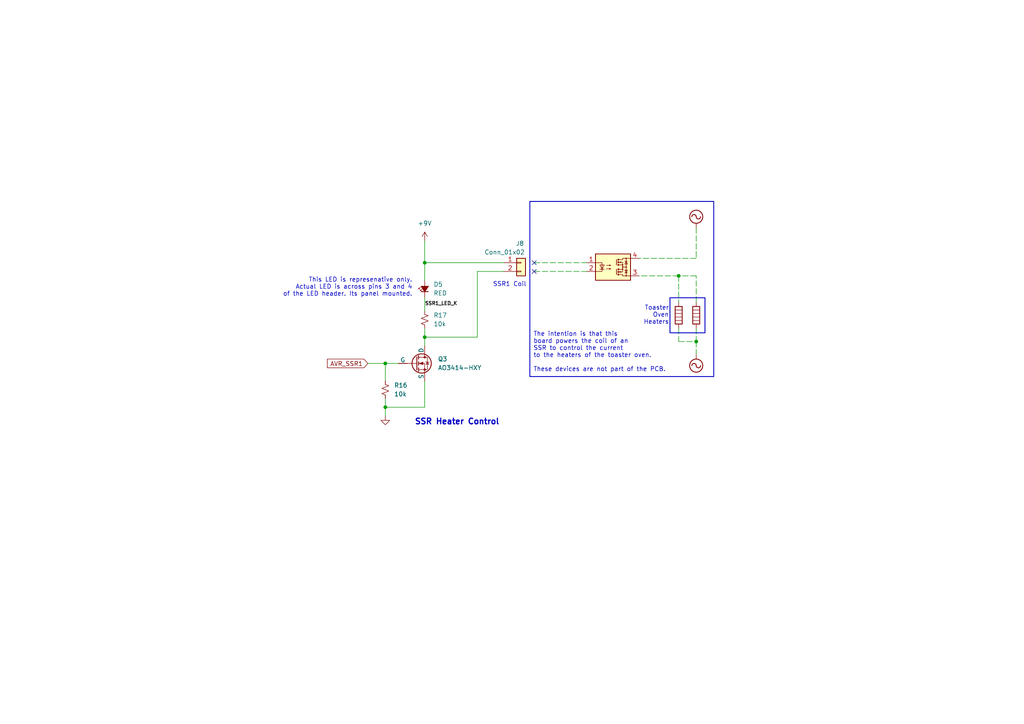
<source format=kicad_sch>
(kicad_sch (version 20250114) (generator "eeschema") (generator_version "9.0")
  (paper "A4")
  (lib_symbols
    (symbol "Connector_Generic:Conn_01x02" (pin_names (offset 1.016) (hide yes))
      (property "Reference" "J" (at 0 2.54 0))
      (property "Value" "Conn_01x02" (at 0 -5.08 0))
      (symbol "Conn_01x02_1_1"
        (rectangle (start -1.27 1.27) (end 1.27 -3.81) (stroke (width 0.254)) (fill (type background)))
        (rectangle (start -1.27 0.127) (end 0 -0.127) (stroke (width 0.1524)))
        (rectangle (start -1.27 -2.413) (end 0 -2.667) (stroke (width 0.1524)))
        (pin passive line (at -5.08 0 0) (length 3.81) (name "Pin_1") (number "1"))
        (pin passive line (at -5.08 -2.54 0) (length 3.81) (name "Pin_2") (number "2"))
      )
    )
    (symbol "Device:Heater" (pin_numbers (hide yes)) (pin_names (offset 0))
      (property "Reference" "R" (at 2.032 0 90))
      (property "Value" "Heater" (at -2.032 0 90))
      (symbol "Heater_0_1"
        (polyline (pts (xy -1.016 1.524) (xy 1.016 1.524)))
        (rectangle (start -1.016 -2.54) (end 1.016 2.54) (stroke (width 0.254)))
        (polyline (pts (xy 1.016 0.508) (xy -1.016 0.508)))
        (polyline (pts (xy 1.016 -0.508) (xy -1.016 -0.508)))
        (polyline (pts (xy 1.016 -1.524) (xy -1.016 -1.524)))
      )
      (symbol "Heater_1_1"
        (pin passive line (at 0 3.81 270) (length 1.27) (name "~") (number "1"))
        (pin passive line (at 0 -3.81 90) (length 1.27) (name "~") (number "2"))
      )
    )
    (symbol "Device:LED_Small_Filled" (pin_numbers (hide yes)) (pin_names (offset 0.254) (hide yes))
      (property "Reference" "D" (at -1.27 3.175 0))
      (property "Value" "LED_Small_Filled" (at -4.445 -2.54 0))
      (symbol "LED_Small_Filled_0_1"
        (polyline (pts (xy -0.762 -1.016) (xy -0.762 1.016)) (stroke (width 0.254)))
        (polyline (pts (xy 0 0.762) (xy -0.508 1.27) (xy -0.254 1.27) (xy -0.508 1.27) (xy -0.508 1.016)))
        (polyline (pts (xy 0.508 1.27) (xy 0 1.778) (xy 0.254 1.778) (xy 0 1.778) (xy 0 1.524)))
        (polyline (pts (xy 0.762 -1.016) (xy -0.762 0) (xy 0.762 1.016) (xy 0.762 -1.016)) (stroke (width 0.254)) (fill (type outline)))
        (polyline (pts (xy 1.016 0) (xy -0.762 0)))
      )
      (symbol "LED_Small_Filled_1_1"
        (pin passive line (at -2.54 0 0) (length 1.778) (name "K") (number "1"))
        (pin passive line (at 2.54 0 180) (length 1.778) (name "A") (number "2"))
      )
    )
    (symbol "Device:R_Small_US" (pin_numbers (hide yes)) (pin_names (offset 0.254) (hide yes))
      (property "Reference" "R" (at 0.762 0.508 0))
      (property "Value" "R_Small_US" (at 0.762 -1.016 0))
      (symbol "R_Small_US_1_1"
        (polyline (pts (xy 0 1.524) (xy 1.016 1.143) (xy 0 0.762) (xy -1.016 0.381) (xy 0 0)))
        (polyline (pts (xy 0 0) (xy 1.016 -0.381) (xy 0 -0.762) (xy -1.016 -1.143) (xy 0 -1.524)))
        (pin passive line (at 0 2.54 270) (length 1.016) (name "~") (number "1"))
        (pin passive line (at 0 -2.54 90) (length 1.016) (name "~") (number "2"))
      )
    )
    (symbol "Relay_SolidState:CPC1017N"
      (symbol "CPC1017N_0_1"
        (rectangle (start -5.08 3.81) (end 5.08 -3.81) (stroke (width 0.254)) (fill (type background)))
        (polyline (pts (xy -5.08 1.27) (xy -3.175 1.27) (xy -3.175 -1.27) (xy -5.08 -1.27)))
        (polyline (pts (xy -3.81 -0.635) (xy -2.54 -0.635)))
        (polyline (pts (xy -3.175 -0.635) (xy -3.81 0.635) (xy -2.54 0.635) (xy -3.175 -0.635)))
        (polyline (pts (xy -1.905 0.508) (xy -0.635 0.508) (xy -1.016 0.381) (xy -1.016 0.635) (xy -0.635 0.508)))
        (polyline (pts (xy -1.905 -0.508) (xy -0.635 -0.508) (xy -1.016 -0.635) (xy -1.016 -0.381) (xy -0.635 -0.508)))
        (polyline (pts (xy 1.016 2.159) (xy 1.016 0.635)) (stroke (width 0.2032)))
        (polyline (pts (xy 1.016 -0.635) (xy 1.016 -2.159)) (stroke (width 0.2032)))
        (polyline (pts (xy 1.524 2.286) (xy 1.524 2.032) (xy 1.524 2.032)) (stroke (width 0.3556)))
        (polyline (pts (xy 1.524 1.524) (xy 1.524 1.27) (xy 1.524 1.27)) (stroke (width 0.3556)))
        (polyline (pts (xy 1.524 0.762) (xy 1.524 0.508) (xy 1.524 0.508)) (stroke (width 0.3556)))
        (polyline (pts (xy 1.524 -0.508) (xy 1.524 -0.762)) (stroke (width 0.3556)))
        (polyline (pts (xy 1.524 -1.27) (xy 1.524 -1.524) (xy 1.524 -1.524)) (stroke (width 0.3556)))
        (polyline (pts (xy 1.524 -2.032) (xy 1.524 -2.286) (xy 1.524 -2.286)) (stroke (width 0.3556)))
        (polyline (pts (xy 1.651 2.159) (xy 2.794 2.159) (xy 2.794 2.54) (xy 5.08 2.54)))
        (polyline (pts (xy 1.651 1.397) (xy 2.794 1.397) (xy 2.794 0.635)))
        (polyline (pts (xy 1.651 -0.635) (xy 2.794 -0.635) (xy 2.794 0.635) (xy 1.651 0.635)))
        (polyline (pts (xy 1.651 -1.397) (xy 2.794 -1.397) (xy 2.794 -0.635)))
        (polyline (pts (xy 1.651 -2.159) (xy 2.794 -2.159) (xy 2.794 -2.54) (xy 5.08 -2.54)))
        (polyline (pts (xy 1.778 1.397) (xy 2.286 1.524) (xy 2.286 1.27) (xy 1.778 1.397)))
        (polyline (pts (xy 1.778 -1.397) (xy 2.286 -1.27) (xy 2.286 -1.524) (xy 1.778 -1.397)))
        (circle (center 2.794 0.635) (radius 0.127))
        (polyline (pts (xy 2.794 0) (xy 3.81 0)))
        (circle (center 2.794 0) (radius 0.127))
        (circle (center 2.794 -0.635) (radius 0.127))
        (polyline (pts (xy 3.429 1.651) (xy 4.191 1.651)))
        (polyline (pts (xy 3.429 -1.651) (xy 4.191 -1.651)))
        (circle (center 3.81 2.54) (radius 0.127))
        (polyline (pts (xy 3.81 1.651) (xy 3.429 0.889) (xy 4.191 0.889) (xy 3.81 1.651)))
        (circle (center 3.81 0) (radius 0.127))
        (polyline (pts (xy 3.81 -1.651) (xy 3.429 -0.889) (xy 4.191 -0.889) (xy 3.81 -1.651)))
        (polyline (pts (xy 3.81 -2.54) (xy 3.81 2.54)))
        (circle (center 3.81 -2.54) (radius 0.127))
      )
      (symbol "CPC1017N_1_1"
        (pin passive line (at -7.62 1.27 0) (length 2.54) (name "~") (number "1"))
        (pin passive line (at -7.62 -1.27 0) (length 2.54) (name "~") (number "2"))
        (pin passive line (at 7.62 2.54 180) (length 2.54) (name "~") (number "4"))
        (pin passive line (at 7.62 -2.54 180) (length 2.54) (name "~") (number "3"))
      )
    )
    (symbol "Simulation_SPICE:NMOS" (pin_numbers (hide yes)) (pin_names (offset 0))
      (property "Reference" "Q" (at 5.08 1.27 0))
      (property "Value" "NMOS" (at 5.08 -1.27 0))
      (symbol "NMOS_0_1"
        (polyline (pts (xy 0.254 1.905) (xy 0.254 -1.905)) (stroke (width 0.254)))
        (polyline (pts (xy 0.254 0) (xy -2.54 0)))
        (polyline (pts (xy 0.762 2.286) (xy 0.762 1.27)) (stroke (width 0.254)))
        (polyline (pts (xy 0.762 0.508) (xy 0.762 -0.508)) (stroke (width 0.254)))
        (polyline (pts (xy 0.762 -1.27) (xy 0.762 -2.286)) (stroke (width 0.254)))
        (polyline (pts (xy 0.762 -1.778) (xy 3.302 -1.778) (xy 3.302 1.778) (xy 0.762 1.778)))
        (polyline (pts (xy 1.016 0) (xy 2.032 0.381) (xy 2.032 -0.381) (xy 1.016 0)) (fill (type outline)))
        (circle (center 1.651 0) (radius 2.794) (stroke (width 0.254)))
        (polyline (pts (xy 2.54 2.54) (xy 2.54 1.778)))
        (circle (center 2.54 1.778) (radius 0.254) (fill (type outline)))
        (circle (center 2.54 -1.778) (radius 0.254) (fill (type outline)))
        (polyline (pts (xy 2.54 -2.54) (xy 2.54 0) (xy 0.762 0)))
        (polyline (pts (xy 2.794 0.508) (xy 2.921 0.381) (xy 3.683 0.381) (xy 3.81 0.254)))
        (polyline (pts (xy 3.302 0.381) (xy 2.921 -0.254) (xy 3.683 -0.254) (xy 3.302 0.381)))
      )
      (symbol "NMOS_1_1"
        (pin input line (at -5.08 0 0) (length 2.54) (name "G") (number "2"))
        (pin passive line (at 2.54 5.08 270) (length 2.54) (name "D") (number "1"))
        (pin passive line (at 2.54 -5.08 90) (length 2.54) (name "S") (number "3"))
      )
    )
    (symbol "power:+9V" (power) (pin_numbers (hide yes)) (pin_names (offset 0) (hide yes))
      (property "Value" "+9V" (at 0 3.556 0))
      (symbol "+9V_0_1"
        (polyline (pts (xy -0.762 1.27) (xy 0 2.54)))
        (polyline (pts (xy 0 2.54) (xy 0.762 1.27)))
        (polyline (pts (xy 0 0) (xy 0 2.54)))
      )
      (symbol "+9V_1_1"
        (pin power_in line (at 0 0 90) (length 0) (name "~") (number "1"))
      )
    )
    (symbol "power:AC" (power) (pin_numbers (hide yes)) (pin_names (offset 0) (hide yes))
      (property "Value" "AC" (at 0 6.35 0))
      (symbol "AC_0_1"
        (arc (start -1.27 3.175) (mid -0.635 3.8073) (end 0 3.175) (stroke (width 0.254)))
        (circle (center 0 3.175) (radius 1.905) (stroke (width 0.254)))
        (polyline (pts (xy 0 0) (xy 0 1.27)))
        (arc (start 1.27 3.175) (mid 0.635 2.5427) (end 0 3.175) (stroke (width 0.254)))
      )
      (symbol "AC_1_1"
        (pin power_in line (at 0 0 90) (length 0) (name "~") (number "1"))
      )
    )
    (symbol "power:GND" (power) (pin_numbers (hide yes)) (pin_names (offset 0) (hide yes))
      (property "Value" "GND" (at 0 -3.81 0))
      (symbol "GND_0_1"
        (polyline (pts (xy 0 0) (xy 0 -1.27) (xy 1.27 -1.27) (xy 0 -2.54) (xy -1.27 -1.27) (xy 0 -1.27)))
      )
      (symbol "GND_1_1"
        (pin power_in line (at 0 0 270) (length 0) (name "~") (number "1"))
      )
    )
  )
  (rectangle (start 153.67 58.42) (end 207.01 109.22) (stroke (width 0.254)))
  (rectangle (start 194.31 86.36) (end 204.47 96.52) (stroke (width 0.254)))
  (text "SSR1 Coil" (at 147.828 82.55 0) (effects (font (size 1.27 1.27))))
  (text "SSR Heater Control" (at 132.588 122.428 0) (effects (font (size 1.651 1.651) (thickness 0.3302) (bold yes))))
  (text "This LED is represenative only.\nActual LED is across pins 3 and 4\nof the LED header. Its panel mounted." (at 119.634 83.312 0) (effects (font (size 1.27 1.27)) (justify right)))
  (text "The intention is that this\nboard powers the coil of an\nSSR to control the current\nto the heaters of the toaster oven.\n\nThese devices are not part of the PCB." (at 154.686 102.108 0) (effects (font (size 1.27 1.27)) (justify left)))
  (text "Toaster\nOven\nHeaters" (at 194.056 91.44 0) (effects (font (size 1.27 1.27)) (justify right)))
  (junction (at 123.19 76.2))
  (junction (at 201.93 99.06))
  (junction (at 196.85 80.01))
  (junction (at 111.76 105.41))
  (junction (at 123.19 97.79))
  (junction (at 111.76 118.11))
  (no_connect (at 154.94 76.2))
  (no_connect (at 154.94 78.74))
  (wire (pts (xy 111.76 118.11) (xy 111.76 120.65)))
  (wire (pts (xy 146.05 78.74) (xy 138.43 78.74)))
  (wire (pts (xy 201.93 99.06) (xy 201.93 102.87)) (stroke (width 0) (type dash)))
  (wire (pts (xy 201.93 95.25) (xy 201.93 99.06)) (stroke (width 0) (type dash)))
  (wire (pts (xy 111.76 105.41) (xy 111.76 110.49)))
  (wire (pts (xy 196.85 99.06) (xy 201.93 99.06)) (stroke (width 0) (type dash)))
  (wire (pts (xy 196.85 80.01) (xy 196.85 87.63)) (stroke (width 0) (type dash)))
  (wire (pts (xy 196.85 80.01) (xy 185.42 80.01)) (stroke (width 0) (type dash)))
  (wire (pts (xy 138.43 78.74) (xy 138.43 97.79)))
  (wire (pts (xy 111.76 118.11) (xy 123.19 118.11)))
  (wire (pts (xy 123.19 76.2) (xy 123.19 81.28)))
  (wire (pts (xy 154.94 76.2) (xy 170.18 76.2)) (stroke (width 0) (type dash)))
  (wire (pts (xy 196.85 95.25) (xy 196.85 99.06)) (stroke (width 0) (type dash)))
  (wire (pts (xy 138.43 97.79) (xy 123.19 97.79)))
  (wire (pts (xy 123.19 86.36) (xy 123.19 90.17)))
  (wire (pts (xy 201.93 66.04) (xy 201.93 74.93)) (stroke (width 0) (type dash)))
  (wire (pts (xy 201.93 74.93) (xy 185.42 74.93)) (stroke (width 0) (type dash)))
  (wire (pts (xy 146.05 76.2) (xy 123.19 76.2)))
  (wire (pts (xy 154.94 78.74) (xy 170.18 78.74)) (stroke (width 0) (type dash)))
  (wire (pts (xy 123.19 95.25) (xy 123.19 97.79)))
  (wire (pts (xy 123.19 97.79) (xy 123.19 100.33)))
  (wire (pts (xy 111.76 115.57) (xy 111.76 118.11)))
  (wire (pts (xy 201.93 87.63) (xy 201.93 80.01)) (stroke (width 0) (type dash)))
  (wire (pts (xy 201.93 80.01) (xy 196.85 80.01)) (stroke (width 0) (type dash)))
  (wire (pts (xy 123.19 110.49) (xy 123.19 118.11)))
  (wire (pts (xy 123.19 69.85) (xy 123.19 76.2)))
  (wire (pts (xy 115.57 105.41) (xy 111.76 105.41)))
  (wire (pts (xy 106.68 105.41) (xy 111.76 105.41)))
  (label "SSR1_LED_K" (at 123.19 88.9 0) (effects (font (size 1.016 1.016) (thickness 0.2032) (bold yes))))
  (global_label "AVR_SSR1" (shape input) (at 106.68 105.41 180) (property "Intersheetrefs" "${INTERSHEET_REFS}" (effects (hide yes))))
  (symbol (lib_id "power:GND") (at 111.76 120.65 0) (unit 1)
    (property "Reference" "#PWR031" (effects (hide yes)))
    (property "Value" "GND" (effects (hide yes)))
    (property "Description" "Power symbol creates a global label with name \"GND\" , ground" (effects (hide yes)))
  )
  (symbol (lib_id "Device:Heater") (at 201.93 91.44 0) (unit 1) (in_bom no) (on_board no)
    (property "Reference" "R1000" (effects (hide yes)))
    (property "Value" "Toaster Oven" (effects (hide yes)))
    (property "Description" "Resistive heater" (effects (hide yes)))
  )
  (symbol (lib_id "Device:Heater") (at 196.85 91.44 0) (mirror y) (unit 1) (in_bom no) (on_board no)
    (property "Reference" "R1001" (effects (hide yes)))
    (property "Value" "Toaster Oven" (effects (hide yes)))
    (property "Description" "Resistive heater" (effects (hide yes)))
  )
  (symbol (lib_id "Relay_SolidState:CPC1017N") (at 177.8 77.47 0) (unit 1) (in_bom no) (on_board no)
    (property "Reference" "U1000" (effects (hide yes)))
    (property "Value" "CPC1017N" (effects (hide yes)))
    (property "Footprint" "Package_SO:SOP-4_3.8x4.1mm_P2.54mm" (effects (hide yes)))
    (property "Datasheet" "http://www.ixysic.com/home/pdfs.nsf/www/CPC1017N.pdf/$file/CPC1017N.pdf" (effects (hide yes)))
    (property "Description" "Form A, Solid State Relay (Photo MOSFET) 60V, 0.1A, 16Ohm, SO-4" (effects (hide yes)))
  )
  (symbol (lib_id "Device:R_Small_US") (at 123.19 92.71 0) (unit 1)
    (property "Reference" "R17" (at 125.73 91.4399 0) (effects (justify left)))
    (property "Value" "10k" (at 125.73 93.9799 0) (effects (justify left)))
    (property "Footprint" "Resistor_SMD:R_0402_1005Metric" (effects (hide yes)))
    (property "Description" "Resistor, small US symbol" (effects (hide yes)))
  )
  (symbol (lib_id "Connector_Generic:Conn_01x02") (at 151.13 76.2 0) (unit 1)
    (property "Reference" "J8" (at 149.606 70.612 0) (effects (justify left)))
    (property "Value" "Conn_01x02" (at 140.462 73.152 0) (effects (justify left)))
    (property "Footprint" "TerminalBlock_Phoenix:TerminalBlock_Phoenix_MKDS-1,5-2-5.08_1x02_P5.08mm_Horizontal" (effects (hide yes)))
    (property "Description" "Generic connector, single row, 01x02, script generated (kicad-library-utils/schlib/autogen/connector/)" (effects (hide yes)))
  )
  (symbol (lib_id "power:AC") (at 201.93 66.04 0) (unit 1) (in_bom no) (on_board no)
    (property "Reference" "#PWR01038" (effects (hide yes)))
    (property "Value" "AC" (effects (hide yes)))
    (property "Description" "Power symbol creates a global label with name \"AC\"" (effects (hide yes)))
  )
  (symbol (lib_id "Device:LED_Small_Filled") (at 123.19 83.82 90) (unit 1) (in_bom no) (on_board no)
    (property "Reference" "D5" (at 125.73 82.4864 90) (effects (justify right)))
    (property "Value" "RED" (at 125.73 85.0264 90) (effects (justify right)))
    (property "Footprint" "Connector_JST:JST_PH_B2B-PH-K_1x02_P2.00mm_Vertical" (effects (hide yes)))
    (property "Description" "Light emitting diode, small symbol, filled shape" (effects (hide yes)))
  )
  (symbol (lib_id "power:+9V") (at 123.19 69.85 0) (unit 1)
    (property "Reference" "#PWR033" (effects (hide yes)))
    (property "Value" "+9V" (at 123.19 64.77 0))
    (property "Description" "Power symbol creates a global label with name \"+9V\"" (effects (hide yes)))
  )
  (symbol (lib_id "power:AC") (at 201.93 102.87 180) (unit 1) (in_bom no) (on_board no)
    (property "Reference" "#PWR01039" (effects (hide yes)))
    (property "Value" "AC" (effects (hide yes)))
    (property "Description" "Power symbol creates a global label with name \"AC\"" (effects (hide yes)))
  )
  (symbol (lib_id "Simulation_SPICE:NMOS") (at 120.65 105.41 0) (unit 1)
    (property "Reference" "Q3" (at 127 104.1399 0) (effects (justify left)))
    (property "Value" "AO3414-HXY" (at 127 106.6799 0) (effects (justify left)))
    (property "Footprint" "Package_TO_SOT_SMD:SOT-23" (effects (hide yes)))
    (property "Datasheet" "https://ngspice.sourceforge.io/docs/ngspice-html-manual/manual.xhtml#cha_MOSFETs" (effects (hide yes)))
    (property "Description" "N-MOSFET transistor, drain/source/gate" (effects (hide yes)))
    (property "Sim.Device" "NMOS" (effects (hide yes)))
    (property "Sim.Type" "VDMOS" (effects (hide yes)))
    (property "Sim.Pins" "1=D 2=G 3=S" (effects (hide yes)))
  )
  (symbol (lib_id "Device:R_Small_US") (at 111.76 113.03 0) (unit 1)
    (property "Reference" "R16" (at 114.3 111.7599 0) (effects (justify left)))
    (property "Value" "10k" (at 114.3 114.2999 0) (effects (justify left)))
    (property "Footprint" "Resistor_SMD:R_0402_1005Metric" (effects (hide yes)))
    (property "Description" "Resistor, small US symbol" (effects (hide yes)))
  )
)
</source>
